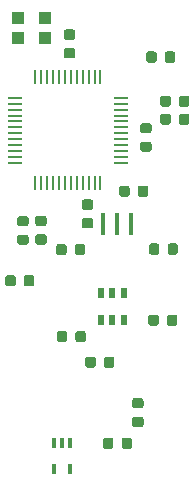
<source format=gbp>
G04 #@! TF.GenerationSoftware,KiCad,Pcbnew,(5.1.5-0-10_14)*
G04 #@! TF.CreationDate,2020-07-01T13:16:57-07:00*
G04 #@! TF.ProjectId,ravenna,72617665-6e6e-4612-9e6b-696361645f70,rev?*
G04 #@! TF.SameCoordinates,Original*
G04 #@! TF.FileFunction,Paste,Bot*
G04 #@! TF.FilePolarity,Positive*
%FSLAX46Y46*%
G04 Gerber Fmt 4.6, Leading zero omitted, Abs format (unit mm)*
G04 Created by KiCad (PCBNEW (5.1.5-0-10_14)) date 2020-07-01 13:16:57*
%MOMM*%
%LPD*%
G04 APERTURE LIST*
%ADD10C,0.100000*%
%ADD11R,0.400000X1.900000*%
%ADD12R,1.000000X1.100000*%
%ADD13R,1.200000X0.250000*%
%ADD14R,0.250000X1.200000*%
%ADD15R,0.600000X0.900000*%
%ADD16R,0.400000X0.900000*%
G04 APERTURE END LIST*
D10*
G36*
X154087791Y-108568253D02*
G01*
X154109026Y-108571403D01*
X154129850Y-108576619D01*
X154150062Y-108583851D01*
X154169468Y-108593030D01*
X154187881Y-108604066D01*
X154205124Y-108616854D01*
X154221030Y-108631270D01*
X154235446Y-108647176D01*
X154248234Y-108664419D01*
X154259270Y-108682832D01*
X154268449Y-108702238D01*
X154275681Y-108722450D01*
X154280897Y-108743274D01*
X154284047Y-108764509D01*
X154285100Y-108785950D01*
X154285100Y-109298450D01*
X154284047Y-109319891D01*
X154280897Y-109341126D01*
X154275681Y-109361950D01*
X154268449Y-109382162D01*
X154259270Y-109401568D01*
X154248234Y-109419981D01*
X154235446Y-109437224D01*
X154221030Y-109453130D01*
X154205124Y-109467546D01*
X154187881Y-109480334D01*
X154169468Y-109491370D01*
X154150062Y-109500549D01*
X154129850Y-109507781D01*
X154109026Y-109512997D01*
X154087791Y-109516147D01*
X154066350Y-109517200D01*
X153628850Y-109517200D01*
X153607409Y-109516147D01*
X153586174Y-109512997D01*
X153565350Y-109507781D01*
X153545138Y-109500549D01*
X153525732Y-109491370D01*
X153507319Y-109480334D01*
X153490076Y-109467546D01*
X153474170Y-109453130D01*
X153459754Y-109437224D01*
X153446966Y-109419981D01*
X153435930Y-109401568D01*
X153426751Y-109382162D01*
X153419519Y-109361950D01*
X153414303Y-109341126D01*
X153411153Y-109319891D01*
X153410100Y-109298450D01*
X153410100Y-108785950D01*
X153411153Y-108764509D01*
X153414303Y-108743274D01*
X153419519Y-108722450D01*
X153426751Y-108702238D01*
X153435930Y-108682832D01*
X153446966Y-108664419D01*
X153459754Y-108647176D01*
X153474170Y-108631270D01*
X153490076Y-108616854D01*
X153507319Y-108604066D01*
X153525732Y-108593030D01*
X153545138Y-108583851D01*
X153565350Y-108576619D01*
X153586174Y-108571403D01*
X153607409Y-108568253D01*
X153628850Y-108567200D01*
X154066350Y-108567200D01*
X154087791Y-108568253D01*
G37*
G36*
X155662791Y-108568253D02*
G01*
X155684026Y-108571403D01*
X155704850Y-108576619D01*
X155725062Y-108583851D01*
X155744468Y-108593030D01*
X155762881Y-108604066D01*
X155780124Y-108616854D01*
X155796030Y-108631270D01*
X155810446Y-108647176D01*
X155823234Y-108664419D01*
X155834270Y-108682832D01*
X155843449Y-108702238D01*
X155850681Y-108722450D01*
X155855897Y-108743274D01*
X155859047Y-108764509D01*
X155860100Y-108785950D01*
X155860100Y-109298450D01*
X155859047Y-109319891D01*
X155855897Y-109341126D01*
X155850681Y-109361950D01*
X155843449Y-109382162D01*
X155834270Y-109401568D01*
X155823234Y-109419981D01*
X155810446Y-109437224D01*
X155796030Y-109453130D01*
X155780124Y-109467546D01*
X155762881Y-109480334D01*
X155744468Y-109491370D01*
X155725062Y-109500549D01*
X155704850Y-109507781D01*
X155684026Y-109512997D01*
X155662791Y-109516147D01*
X155641350Y-109517200D01*
X155203850Y-109517200D01*
X155182409Y-109516147D01*
X155161174Y-109512997D01*
X155140350Y-109507781D01*
X155120138Y-109500549D01*
X155100732Y-109491370D01*
X155082319Y-109480334D01*
X155065076Y-109467546D01*
X155049170Y-109453130D01*
X155034754Y-109437224D01*
X155021966Y-109419981D01*
X155010930Y-109401568D01*
X155001751Y-109382162D01*
X154994519Y-109361950D01*
X154989303Y-109341126D01*
X154986153Y-109319891D01*
X154985100Y-109298450D01*
X154985100Y-108785950D01*
X154986153Y-108764509D01*
X154989303Y-108743274D01*
X154994519Y-108722450D01*
X155001751Y-108702238D01*
X155010930Y-108682832D01*
X155021966Y-108664419D01*
X155034754Y-108647176D01*
X155049170Y-108631270D01*
X155065076Y-108616854D01*
X155082319Y-108604066D01*
X155100732Y-108593030D01*
X155120138Y-108583851D01*
X155140350Y-108576619D01*
X155161174Y-108571403D01*
X155182409Y-108568253D01*
X155203850Y-108567200D01*
X155641350Y-108567200D01*
X155662791Y-108568253D01*
G37*
G36*
X155434291Y-92312253D02*
G01*
X155455526Y-92315403D01*
X155476350Y-92320619D01*
X155496562Y-92327851D01*
X155515968Y-92337030D01*
X155534381Y-92348066D01*
X155551624Y-92360854D01*
X155567530Y-92375270D01*
X155581946Y-92391176D01*
X155594734Y-92408419D01*
X155605770Y-92426832D01*
X155614949Y-92446238D01*
X155622181Y-92466450D01*
X155627397Y-92487274D01*
X155630547Y-92508509D01*
X155631600Y-92529950D01*
X155631600Y-93042450D01*
X155630547Y-93063891D01*
X155627397Y-93085126D01*
X155622181Y-93105950D01*
X155614949Y-93126162D01*
X155605770Y-93145568D01*
X155594734Y-93163981D01*
X155581946Y-93181224D01*
X155567530Y-93197130D01*
X155551624Y-93211546D01*
X155534381Y-93224334D01*
X155515968Y-93235370D01*
X155496562Y-93244549D01*
X155476350Y-93251781D01*
X155455526Y-93256997D01*
X155434291Y-93260147D01*
X155412850Y-93261200D01*
X154975350Y-93261200D01*
X154953909Y-93260147D01*
X154932674Y-93256997D01*
X154911850Y-93251781D01*
X154891638Y-93244549D01*
X154872232Y-93235370D01*
X154853819Y-93224334D01*
X154836576Y-93211546D01*
X154820670Y-93197130D01*
X154806254Y-93181224D01*
X154793466Y-93163981D01*
X154782430Y-93145568D01*
X154773251Y-93126162D01*
X154766019Y-93105950D01*
X154760803Y-93085126D01*
X154757653Y-93063891D01*
X154756600Y-93042450D01*
X154756600Y-92529950D01*
X154757653Y-92508509D01*
X154760803Y-92487274D01*
X154766019Y-92466450D01*
X154773251Y-92446238D01*
X154782430Y-92426832D01*
X154793466Y-92408419D01*
X154806254Y-92391176D01*
X154820670Y-92375270D01*
X154836576Y-92360854D01*
X154853819Y-92348066D01*
X154872232Y-92337030D01*
X154891638Y-92327851D01*
X154911850Y-92320619D01*
X154932674Y-92315403D01*
X154953909Y-92312253D01*
X154975350Y-92311200D01*
X155412850Y-92311200D01*
X155434291Y-92312253D01*
G37*
G36*
X153859291Y-92312253D02*
G01*
X153880526Y-92315403D01*
X153901350Y-92320619D01*
X153921562Y-92327851D01*
X153940968Y-92337030D01*
X153959381Y-92348066D01*
X153976624Y-92360854D01*
X153992530Y-92375270D01*
X154006946Y-92391176D01*
X154019734Y-92408419D01*
X154030770Y-92426832D01*
X154039949Y-92446238D01*
X154047181Y-92466450D01*
X154052397Y-92487274D01*
X154055547Y-92508509D01*
X154056600Y-92529950D01*
X154056600Y-93042450D01*
X154055547Y-93063891D01*
X154052397Y-93085126D01*
X154047181Y-93105950D01*
X154039949Y-93126162D01*
X154030770Y-93145568D01*
X154019734Y-93163981D01*
X154006946Y-93181224D01*
X153992530Y-93197130D01*
X153976624Y-93211546D01*
X153959381Y-93224334D01*
X153940968Y-93235370D01*
X153921562Y-93244549D01*
X153901350Y-93251781D01*
X153880526Y-93256997D01*
X153859291Y-93260147D01*
X153837850Y-93261200D01*
X153400350Y-93261200D01*
X153378909Y-93260147D01*
X153357674Y-93256997D01*
X153336850Y-93251781D01*
X153316638Y-93244549D01*
X153297232Y-93235370D01*
X153278819Y-93224334D01*
X153261576Y-93211546D01*
X153245670Y-93197130D01*
X153231254Y-93181224D01*
X153218466Y-93163981D01*
X153207430Y-93145568D01*
X153198251Y-93126162D01*
X153191019Y-93105950D01*
X153185803Y-93085126D01*
X153182653Y-93063891D01*
X153181600Y-93042450D01*
X153181600Y-92529950D01*
X153182653Y-92508509D01*
X153185803Y-92487274D01*
X153191019Y-92466450D01*
X153198251Y-92446238D01*
X153207430Y-92426832D01*
X153218466Y-92408419D01*
X153231254Y-92391176D01*
X153245670Y-92375270D01*
X153261576Y-92360854D01*
X153278819Y-92348066D01*
X153297232Y-92337030D01*
X153316638Y-92327851D01*
X153336850Y-92320619D01*
X153357674Y-92315403D01*
X153378909Y-92312253D01*
X153400350Y-92311200D01*
X153837850Y-92311200D01*
X153859291Y-92312253D01*
G37*
G36*
X150278191Y-118144053D02*
G01*
X150299426Y-118147203D01*
X150320250Y-118152419D01*
X150340462Y-118159651D01*
X150359868Y-118168830D01*
X150378281Y-118179866D01*
X150395524Y-118192654D01*
X150411430Y-118207070D01*
X150425846Y-118222976D01*
X150438634Y-118240219D01*
X150449670Y-118258632D01*
X150458849Y-118278038D01*
X150466081Y-118298250D01*
X150471297Y-118319074D01*
X150474447Y-118340309D01*
X150475500Y-118361750D01*
X150475500Y-118874250D01*
X150474447Y-118895691D01*
X150471297Y-118916926D01*
X150466081Y-118937750D01*
X150458849Y-118957962D01*
X150449670Y-118977368D01*
X150438634Y-118995781D01*
X150425846Y-119013024D01*
X150411430Y-119028930D01*
X150395524Y-119043346D01*
X150378281Y-119056134D01*
X150359868Y-119067170D01*
X150340462Y-119076349D01*
X150320250Y-119083581D01*
X150299426Y-119088797D01*
X150278191Y-119091947D01*
X150256750Y-119093000D01*
X149819250Y-119093000D01*
X149797809Y-119091947D01*
X149776574Y-119088797D01*
X149755750Y-119083581D01*
X149735538Y-119076349D01*
X149716132Y-119067170D01*
X149697719Y-119056134D01*
X149680476Y-119043346D01*
X149664570Y-119028930D01*
X149650154Y-119013024D01*
X149637366Y-118995781D01*
X149626330Y-118977368D01*
X149617151Y-118957962D01*
X149609919Y-118937750D01*
X149604703Y-118916926D01*
X149601553Y-118895691D01*
X149600500Y-118874250D01*
X149600500Y-118361750D01*
X149601553Y-118340309D01*
X149604703Y-118319074D01*
X149609919Y-118298250D01*
X149617151Y-118278038D01*
X149626330Y-118258632D01*
X149637366Y-118240219D01*
X149650154Y-118222976D01*
X149664570Y-118207070D01*
X149680476Y-118192654D01*
X149697719Y-118179866D01*
X149716132Y-118168830D01*
X149735538Y-118159651D01*
X149755750Y-118152419D01*
X149776574Y-118147203D01*
X149797809Y-118144053D01*
X149819250Y-118143000D01*
X150256750Y-118143000D01*
X150278191Y-118144053D01*
G37*
G36*
X148703191Y-118144053D02*
G01*
X148724426Y-118147203D01*
X148745250Y-118152419D01*
X148765462Y-118159651D01*
X148784868Y-118168830D01*
X148803281Y-118179866D01*
X148820524Y-118192654D01*
X148836430Y-118207070D01*
X148850846Y-118222976D01*
X148863634Y-118240219D01*
X148874670Y-118258632D01*
X148883849Y-118278038D01*
X148891081Y-118298250D01*
X148896297Y-118319074D01*
X148899447Y-118340309D01*
X148900500Y-118361750D01*
X148900500Y-118874250D01*
X148899447Y-118895691D01*
X148896297Y-118916926D01*
X148891081Y-118937750D01*
X148883849Y-118957962D01*
X148874670Y-118977368D01*
X148863634Y-118995781D01*
X148850846Y-119013024D01*
X148836430Y-119028930D01*
X148820524Y-119043346D01*
X148803281Y-119056134D01*
X148784868Y-119067170D01*
X148765462Y-119076349D01*
X148745250Y-119083581D01*
X148724426Y-119088797D01*
X148703191Y-119091947D01*
X148681750Y-119093000D01*
X148244250Y-119093000D01*
X148222809Y-119091947D01*
X148201574Y-119088797D01*
X148180750Y-119083581D01*
X148160538Y-119076349D01*
X148141132Y-119067170D01*
X148122719Y-119056134D01*
X148105476Y-119043346D01*
X148089570Y-119028930D01*
X148075154Y-119013024D01*
X148062366Y-118995781D01*
X148051330Y-118977368D01*
X148042151Y-118957962D01*
X148034919Y-118937750D01*
X148029703Y-118916926D01*
X148026553Y-118895691D01*
X148025500Y-118874250D01*
X148025500Y-118361750D01*
X148026553Y-118340309D01*
X148029703Y-118319074D01*
X148034919Y-118298250D01*
X148042151Y-118278038D01*
X148051330Y-118258632D01*
X148062366Y-118240219D01*
X148075154Y-118222976D01*
X148089570Y-118207070D01*
X148105476Y-118192654D01*
X148122719Y-118179866D01*
X148141132Y-118168830D01*
X148160538Y-118159651D01*
X148180750Y-118152419D01*
X148201574Y-118147203D01*
X148222809Y-118144053D01*
X148244250Y-118143000D01*
X148681750Y-118143000D01*
X148703191Y-118144053D01*
G37*
G36*
X148486691Y-104846353D02*
G01*
X148507926Y-104849503D01*
X148528750Y-104854719D01*
X148548962Y-104861951D01*
X148568368Y-104871130D01*
X148586781Y-104882166D01*
X148604024Y-104894954D01*
X148619930Y-104909370D01*
X148634346Y-104925276D01*
X148647134Y-104942519D01*
X148658170Y-104960932D01*
X148667349Y-104980338D01*
X148674581Y-105000550D01*
X148679797Y-105021374D01*
X148682947Y-105042609D01*
X148684000Y-105064050D01*
X148684000Y-105501550D01*
X148682947Y-105522991D01*
X148679797Y-105544226D01*
X148674581Y-105565050D01*
X148667349Y-105585262D01*
X148658170Y-105604668D01*
X148647134Y-105623081D01*
X148634346Y-105640324D01*
X148619930Y-105656230D01*
X148604024Y-105670646D01*
X148586781Y-105683434D01*
X148568368Y-105694470D01*
X148548962Y-105703649D01*
X148528750Y-105710881D01*
X148507926Y-105716097D01*
X148486691Y-105719247D01*
X148465250Y-105720300D01*
X147952750Y-105720300D01*
X147931309Y-105719247D01*
X147910074Y-105716097D01*
X147889250Y-105710881D01*
X147869038Y-105703649D01*
X147849632Y-105694470D01*
X147831219Y-105683434D01*
X147813976Y-105670646D01*
X147798070Y-105656230D01*
X147783654Y-105640324D01*
X147770866Y-105623081D01*
X147759830Y-105604668D01*
X147750651Y-105585262D01*
X147743419Y-105565050D01*
X147738203Y-105544226D01*
X147735053Y-105522991D01*
X147734000Y-105501550D01*
X147734000Y-105064050D01*
X147735053Y-105042609D01*
X147738203Y-105021374D01*
X147743419Y-105000550D01*
X147750651Y-104980338D01*
X147759830Y-104960932D01*
X147770866Y-104942519D01*
X147783654Y-104925276D01*
X147798070Y-104909370D01*
X147813976Y-104894954D01*
X147831219Y-104882166D01*
X147849632Y-104871130D01*
X147869038Y-104861951D01*
X147889250Y-104854719D01*
X147910074Y-104849503D01*
X147931309Y-104846353D01*
X147952750Y-104845300D01*
X148465250Y-104845300D01*
X148486691Y-104846353D01*
G37*
G36*
X148486691Y-106421353D02*
G01*
X148507926Y-106424503D01*
X148528750Y-106429719D01*
X148548962Y-106436951D01*
X148568368Y-106446130D01*
X148586781Y-106457166D01*
X148604024Y-106469954D01*
X148619930Y-106484370D01*
X148634346Y-106500276D01*
X148647134Y-106517519D01*
X148658170Y-106535932D01*
X148667349Y-106555338D01*
X148674581Y-106575550D01*
X148679797Y-106596374D01*
X148682947Y-106617609D01*
X148684000Y-106639050D01*
X148684000Y-107076550D01*
X148682947Y-107097991D01*
X148679797Y-107119226D01*
X148674581Y-107140050D01*
X148667349Y-107160262D01*
X148658170Y-107179668D01*
X148647134Y-107198081D01*
X148634346Y-107215324D01*
X148619930Y-107231230D01*
X148604024Y-107245646D01*
X148586781Y-107258434D01*
X148568368Y-107269470D01*
X148548962Y-107278649D01*
X148528750Y-107285881D01*
X148507926Y-107291097D01*
X148486691Y-107294247D01*
X148465250Y-107295300D01*
X147952750Y-107295300D01*
X147931309Y-107294247D01*
X147910074Y-107291097D01*
X147889250Y-107285881D01*
X147869038Y-107278649D01*
X147849632Y-107269470D01*
X147831219Y-107258434D01*
X147813976Y-107245646D01*
X147798070Y-107231230D01*
X147783654Y-107215324D01*
X147770866Y-107198081D01*
X147759830Y-107179668D01*
X147750651Y-107160262D01*
X147743419Y-107140050D01*
X147738203Y-107119226D01*
X147735053Y-107097991D01*
X147734000Y-107076550D01*
X147734000Y-106639050D01*
X147735053Y-106617609D01*
X147738203Y-106596374D01*
X147743419Y-106575550D01*
X147750651Y-106555338D01*
X147759830Y-106535932D01*
X147770866Y-106517519D01*
X147783654Y-106500276D01*
X147798070Y-106484370D01*
X147813976Y-106469954D01*
X147831219Y-106457166D01*
X147849632Y-106446130D01*
X147869038Y-106436951D01*
X147889250Y-106429719D01*
X147910074Y-106424503D01*
X147931309Y-106421353D01*
X147952750Y-106420300D01*
X148465250Y-106420300D01*
X148486691Y-106421353D01*
G37*
G36*
X151573191Y-103666053D02*
G01*
X151594426Y-103669203D01*
X151615250Y-103674419D01*
X151635462Y-103681651D01*
X151654868Y-103690830D01*
X151673281Y-103701866D01*
X151690524Y-103714654D01*
X151706430Y-103729070D01*
X151720846Y-103744976D01*
X151733634Y-103762219D01*
X151744670Y-103780632D01*
X151753849Y-103800038D01*
X151761081Y-103820250D01*
X151766297Y-103841074D01*
X151769447Y-103862309D01*
X151770500Y-103883750D01*
X151770500Y-104396250D01*
X151769447Y-104417691D01*
X151766297Y-104438926D01*
X151761081Y-104459750D01*
X151753849Y-104479962D01*
X151744670Y-104499368D01*
X151733634Y-104517781D01*
X151720846Y-104535024D01*
X151706430Y-104550930D01*
X151690524Y-104565346D01*
X151673281Y-104578134D01*
X151654868Y-104589170D01*
X151635462Y-104598349D01*
X151615250Y-104605581D01*
X151594426Y-104610797D01*
X151573191Y-104613947D01*
X151551750Y-104615000D01*
X151114250Y-104615000D01*
X151092809Y-104613947D01*
X151071574Y-104610797D01*
X151050750Y-104605581D01*
X151030538Y-104598349D01*
X151011132Y-104589170D01*
X150992719Y-104578134D01*
X150975476Y-104565346D01*
X150959570Y-104550930D01*
X150945154Y-104535024D01*
X150932366Y-104517781D01*
X150921330Y-104499368D01*
X150912151Y-104479962D01*
X150904919Y-104459750D01*
X150899703Y-104438926D01*
X150896553Y-104417691D01*
X150895500Y-104396250D01*
X150895500Y-103883750D01*
X150896553Y-103862309D01*
X150899703Y-103841074D01*
X150904919Y-103820250D01*
X150912151Y-103800038D01*
X150921330Y-103780632D01*
X150932366Y-103762219D01*
X150945154Y-103744976D01*
X150959570Y-103729070D01*
X150975476Y-103714654D01*
X150992719Y-103701866D01*
X151011132Y-103690830D01*
X151030538Y-103681651D01*
X151050750Y-103674419D01*
X151071574Y-103669203D01*
X151092809Y-103666053D01*
X151114250Y-103665000D01*
X151551750Y-103665000D01*
X151573191Y-103666053D01*
G37*
G36*
X153148191Y-103666053D02*
G01*
X153169426Y-103669203D01*
X153190250Y-103674419D01*
X153210462Y-103681651D01*
X153229868Y-103690830D01*
X153248281Y-103701866D01*
X153265524Y-103714654D01*
X153281430Y-103729070D01*
X153295846Y-103744976D01*
X153308634Y-103762219D01*
X153319670Y-103780632D01*
X153328849Y-103800038D01*
X153336081Y-103820250D01*
X153341297Y-103841074D01*
X153344447Y-103862309D01*
X153345500Y-103883750D01*
X153345500Y-104396250D01*
X153344447Y-104417691D01*
X153341297Y-104438926D01*
X153336081Y-104459750D01*
X153328849Y-104479962D01*
X153319670Y-104499368D01*
X153308634Y-104517781D01*
X153295846Y-104535024D01*
X153281430Y-104550930D01*
X153265524Y-104565346D01*
X153248281Y-104578134D01*
X153229868Y-104589170D01*
X153210462Y-104598349D01*
X153190250Y-104605581D01*
X153169426Y-104610797D01*
X153148191Y-104613947D01*
X153126750Y-104615000D01*
X152689250Y-104615000D01*
X152667809Y-104613947D01*
X152646574Y-104610797D01*
X152625750Y-104605581D01*
X152605538Y-104598349D01*
X152586132Y-104589170D01*
X152567719Y-104578134D01*
X152550476Y-104565346D01*
X152534570Y-104550930D01*
X152520154Y-104535024D01*
X152507366Y-104517781D01*
X152496330Y-104499368D01*
X152487151Y-104479962D01*
X152479919Y-104459750D01*
X152474703Y-104438926D01*
X152471553Y-104417691D01*
X152470500Y-104396250D01*
X152470500Y-103883750D01*
X152471553Y-103862309D01*
X152474703Y-103841074D01*
X152479919Y-103820250D01*
X152487151Y-103800038D01*
X152496330Y-103780632D01*
X152507366Y-103762219D01*
X152520154Y-103744976D01*
X152534570Y-103729070D01*
X152550476Y-103714654D01*
X152567719Y-103701866D01*
X152586132Y-103690830D01*
X152605538Y-103681651D01*
X152625750Y-103674419D01*
X152646574Y-103669203D01*
X152667809Y-103666053D01*
X152689250Y-103665000D01*
X153126750Y-103665000D01*
X153148191Y-103666053D01*
G37*
G36*
X146962691Y-90444553D02*
G01*
X146983926Y-90447703D01*
X147004750Y-90452919D01*
X147024962Y-90460151D01*
X147044368Y-90469330D01*
X147062781Y-90480366D01*
X147080024Y-90493154D01*
X147095930Y-90507570D01*
X147110346Y-90523476D01*
X147123134Y-90540719D01*
X147134170Y-90559132D01*
X147143349Y-90578538D01*
X147150581Y-90598750D01*
X147155797Y-90619574D01*
X147158947Y-90640809D01*
X147160000Y-90662250D01*
X147160000Y-91099750D01*
X147158947Y-91121191D01*
X147155797Y-91142426D01*
X147150581Y-91163250D01*
X147143349Y-91183462D01*
X147134170Y-91202868D01*
X147123134Y-91221281D01*
X147110346Y-91238524D01*
X147095930Y-91254430D01*
X147080024Y-91268846D01*
X147062781Y-91281634D01*
X147044368Y-91292670D01*
X147024962Y-91301849D01*
X147004750Y-91309081D01*
X146983926Y-91314297D01*
X146962691Y-91317447D01*
X146941250Y-91318500D01*
X146428750Y-91318500D01*
X146407309Y-91317447D01*
X146386074Y-91314297D01*
X146365250Y-91309081D01*
X146345038Y-91301849D01*
X146325632Y-91292670D01*
X146307219Y-91281634D01*
X146289976Y-91268846D01*
X146274070Y-91254430D01*
X146259654Y-91238524D01*
X146246866Y-91221281D01*
X146235830Y-91202868D01*
X146226651Y-91183462D01*
X146219419Y-91163250D01*
X146214203Y-91142426D01*
X146211053Y-91121191D01*
X146210000Y-91099750D01*
X146210000Y-90662250D01*
X146211053Y-90640809D01*
X146214203Y-90619574D01*
X146219419Y-90598750D01*
X146226651Y-90578538D01*
X146235830Y-90559132D01*
X146246866Y-90540719D01*
X146259654Y-90523476D01*
X146274070Y-90507570D01*
X146289976Y-90493154D01*
X146307219Y-90480366D01*
X146325632Y-90469330D01*
X146345038Y-90460151D01*
X146365250Y-90452919D01*
X146386074Y-90447703D01*
X146407309Y-90444553D01*
X146428750Y-90443500D01*
X146941250Y-90443500D01*
X146962691Y-90444553D01*
G37*
G36*
X146962691Y-92019553D02*
G01*
X146983926Y-92022703D01*
X147004750Y-92027919D01*
X147024962Y-92035151D01*
X147044368Y-92044330D01*
X147062781Y-92055366D01*
X147080024Y-92068154D01*
X147095930Y-92082570D01*
X147110346Y-92098476D01*
X147123134Y-92115719D01*
X147134170Y-92134132D01*
X147143349Y-92153538D01*
X147150581Y-92173750D01*
X147155797Y-92194574D01*
X147158947Y-92215809D01*
X147160000Y-92237250D01*
X147160000Y-92674750D01*
X147158947Y-92696191D01*
X147155797Y-92717426D01*
X147150581Y-92738250D01*
X147143349Y-92758462D01*
X147134170Y-92777868D01*
X147123134Y-92796281D01*
X147110346Y-92813524D01*
X147095930Y-92829430D01*
X147080024Y-92843846D01*
X147062781Y-92856634D01*
X147044368Y-92867670D01*
X147024962Y-92876849D01*
X147004750Y-92884081D01*
X146983926Y-92889297D01*
X146962691Y-92892447D01*
X146941250Y-92893500D01*
X146428750Y-92893500D01*
X146407309Y-92892447D01*
X146386074Y-92889297D01*
X146365250Y-92884081D01*
X146345038Y-92876849D01*
X146325632Y-92867670D01*
X146307219Y-92856634D01*
X146289976Y-92843846D01*
X146274070Y-92829430D01*
X146259654Y-92813524D01*
X146246866Y-92796281D01*
X146235830Y-92777868D01*
X146226651Y-92758462D01*
X146219419Y-92738250D01*
X146214203Y-92717426D01*
X146211053Y-92696191D01*
X146210000Y-92674750D01*
X146210000Y-92237250D01*
X146211053Y-92215809D01*
X146214203Y-92194574D01*
X146219419Y-92173750D01*
X146226651Y-92153538D01*
X146235830Y-92134132D01*
X146246866Y-92115719D01*
X146259654Y-92098476D01*
X146274070Y-92082570D01*
X146289976Y-92068154D01*
X146307219Y-92055366D01*
X146325632Y-92044330D01*
X146345038Y-92035151D01*
X146365250Y-92027919D01*
X146386074Y-92022703D01*
X146407309Y-92019553D01*
X146428750Y-92018500D01*
X146941250Y-92018500D01*
X146962691Y-92019553D01*
G37*
G36*
X153439691Y-98369553D02*
G01*
X153460926Y-98372703D01*
X153481750Y-98377919D01*
X153501962Y-98385151D01*
X153521368Y-98394330D01*
X153539781Y-98405366D01*
X153557024Y-98418154D01*
X153572930Y-98432570D01*
X153587346Y-98448476D01*
X153600134Y-98465719D01*
X153611170Y-98484132D01*
X153620349Y-98503538D01*
X153627581Y-98523750D01*
X153632797Y-98544574D01*
X153635947Y-98565809D01*
X153637000Y-98587250D01*
X153637000Y-99024750D01*
X153635947Y-99046191D01*
X153632797Y-99067426D01*
X153627581Y-99088250D01*
X153620349Y-99108462D01*
X153611170Y-99127868D01*
X153600134Y-99146281D01*
X153587346Y-99163524D01*
X153572930Y-99179430D01*
X153557024Y-99193846D01*
X153539781Y-99206634D01*
X153521368Y-99217670D01*
X153501962Y-99226849D01*
X153481750Y-99234081D01*
X153460926Y-99239297D01*
X153439691Y-99242447D01*
X153418250Y-99243500D01*
X152905750Y-99243500D01*
X152884309Y-99242447D01*
X152863074Y-99239297D01*
X152842250Y-99234081D01*
X152822038Y-99226849D01*
X152802632Y-99217670D01*
X152784219Y-99206634D01*
X152766976Y-99193846D01*
X152751070Y-99179430D01*
X152736654Y-99163524D01*
X152723866Y-99146281D01*
X152712830Y-99127868D01*
X152703651Y-99108462D01*
X152696419Y-99088250D01*
X152691203Y-99067426D01*
X152688053Y-99046191D01*
X152687000Y-99024750D01*
X152687000Y-98587250D01*
X152688053Y-98565809D01*
X152691203Y-98544574D01*
X152696419Y-98523750D01*
X152703651Y-98503538D01*
X152712830Y-98484132D01*
X152723866Y-98465719D01*
X152736654Y-98448476D01*
X152751070Y-98432570D01*
X152766976Y-98418154D01*
X152784219Y-98405366D01*
X152802632Y-98394330D01*
X152822038Y-98385151D01*
X152842250Y-98377919D01*
X152863074Y-98372703D01*
X152884309Y-98369553D01*
X152905750Y-98368500D01*
X153418250Y-98368500D01*
X153439691Y-98369553D01*
G37*
G36*
X153439691Y-99944553D02*
G01*
X153460926Y-99947703D01*
X153481750Y-99952919D01*
X153501962Y-99960151D01*
X153521368Y-99969330D01*
X153539781Y-99980366D01*
X153557024Y-99993154D01*
X153572930Y-100007570D01*
X153587346Y-100023476D01*
X153600134Y-100040719D01*
X153611170Y-100059132D01*
X153620349Y-100078538D01*
X153627581Y-100098750D01*
X153632797Y-100119574D01*
X153635947Y-100140809D01*
X153637000Y-100162250D01*
X153637000Y-100599750D01*
X153635947Y-100621191D01*
X153632797Y-100642426D01*
X153627581Y-100663250D01*
X153620349Y-100683462D01*
X153611170Y-100702868D01*
X153600134Y-100721281D01*
X153587346Y-100738524D01*
X153572930Y-100754430D01*
X153557024Y-100768846D01*
X153539781Y-100781634D01*
X153521368Y-100792670D01*
X153501962Y-100801849D01*
X153481750Y-100809081D01*
X153460926Y-100814297D01*
X153439691Y-100817447D01*
X153418250Y-100818500D01*
X152905750Y-100818500D01*
X152884309Y-100817447D01*
X152863074Y-100814297D01*
X152842250Y-100809081D01*
X152822038Y-100801849D01*
X152802632Y-100792670D01*
X152784219Y-100781634D01*
X152766976Y-100768846D01*
X152751070Y-100754430D01*
X152736654Y-100738524D01*
X152723866Y-100721281D01*
X152712830Y-100702868D01*
X152703651Y-100683462D01*
X152696419Y-100663250D01*
X152691203Y-100642426D01*
X152688053Y-100621191D01*
X152687000Y-100599750D01*
X152687000Y-100162250D01*
X152688053Y-100140809D01*
X152691203Y-100119574D01*
X152696419Y-100098750D01*
X152703651Y-100078538D01*
X152712830Y-100059132D01*
X152723866Y-100040719D01*
X152736654Y-100023476D01*
X152751070Y-100007570D01*
X152766976Y-99993154D01*
X152784219Y-99980366D01*
X152802632Y-99969330D01*
X152822038Y-99960151D01*
X152842250Y-99952919D01*
X152863074Y-99947703D01*
X152884309Y-99944553D01*
X152905750Y-99943500D01*
X153418250Y-99943500D01*
X153439691Y-99944553D01*
G37*
G36*
X147814191Y-108619053D02*
G01*
X147835426Y-108622203D01*
X147856250Y-108627419D01*
X147876462Y-108634651D01*
X147895868Y-108643830D01*
X147914281Y-108654866D01*
X147931524Y-108667654D01*
X147947430Y-108682070D01*
X147961846Y-108697976D01*
X147974634Y-108715219D01*
X147985670Y-108733632D01*
X147994849Y-108753038D01*
X148002081Y-108773250D01*
X148007297Y-108794074D01*
X148010447Y-108815309D01*
X148011500Y-108836750D01*
X148011500Y-109349250D01*
X148010447Y-109370691D01*
X148007297Y-109391926D01*
X148002081Y-109412750D01*
X147994849Y-109432962D01*
X147985670Y-109452368D01*
X147974634Y-109470781D01*
X147961846Y-109488024D01*
X147947430Y-109503930D01*
X147931524Y-109518346D01*
X147914281Y-109531134D01*
X147895868Y-109542170D01*
X147876462Y-109551349D01*
X147856250Y-109558581D01*
X147835426Y-109563797D01*
X147814191Y-109566947D01*
X147792750Y-109568000D01*
X147355250Y-109568000D01*
X147333809Y-109566947D01*
X147312574Y-109563797D01*
X147291750Y-109558581D01*
X147271538Y-109551349D01*
X147252132Y-109542170D01*
X147233719Y-109531134D01*
X147216476Y-109518346D01*
X147200570Y-109503930D01*
X147186154Y-109488024D01*
X147173366Y-109470781D01*
X147162330Y-109452368D01*
X147153151Y-109432962D01*
X147145919Y-109412750D01*
X147140703Y-109391926D01*
X147137553Y-109370691D01*
X147136500Y-109349250D01*
X147136500Y-108836750D01*
X147137553Y-108815309D01*
X147140703Y-108794074D01*
X147145919Y-108773250D01*
X147153151Y-108753038D01*
X147162330Y-108733632D01*
X147173366Y-108715219D01*
X147186154Y-108697976D01*
X147200570Y-108682070D01*
X147216476Y-108667654D01*
X147233719Y-108654866D01*
X147252132Y-108643830D01*
X147271538Y-108634651D01*
X147291750Y-108627419D01*
X147312574Y-108622203D01*
X147333809Y-108619053D01*
X147355250Y-108618000D01*
X147792750Y-108618000D01*
X147814191Y-108619053D01*
G37*
G36*
X146239191Y-108619053D02*
G01*
X146260426Y-108622203D01*
X146281250Y-108627419D01*
X146301462Y-108634651D01*
X146320868Y-108643830D01*
X146339281Y-108654866D01*
X146356524Y-108667654D01*
X146372430Y-108682070D01*
X146386846Y-108697976D01*
X146399634Y-108715219D01*
X146410670Y-108733632D01*
X146419849Y-108753038D01*
X146427081Y-108773250D01*
X146432297Y-108794074D01*
X146435447Y-108815309D01*
X146436500Y-108836750D01*
X146436500Y-109349250D01*
X146435447Y-109370691D01*
X146432297Y-109391926D01*
X146427081Y-109412750D01*
X146419849Y-109432962D01*
X146410670Y-109452368D01*
X146399634Y-109470781D01*
X146386846Y-109488024D01*
X146372430Y-109503930D01*
X146356524Y-109518346D01*
X146339281Y-109531134D01*
X146320868Y-109542170D01*
X146301462Y-109551349D01*
X146281250Y-109558581D01*
X146260426Y-109563797D01*
X146239191Y-109566947D01*
X146217750Y-109568000D01*
X145780250Y-109568000D01*
X145758809Y-109566947D01*
X145737574Y-109563797D01*
X145716750Y-109558581D01*
X145696538Y-109551349D01*
X145677132Y-109542170D01*
X145658719Y-109531134D01*
X145641476Y-109518346D01*
X145625570Y-109503930D01*
X145611154Y-109488024D01*
X145598366Y-109470781D01*
X145587330Y-109452368D01*
X145578151Y-109432962D01*
X145570919Y-109412750D01*
X145565703Y-109391926D01*
X145562553Y-109370691D01*
X145561500Y-109349250D01*
X145561500Y-108836750D01*
X145562553Y-108815309D01*
X145565703Y-108794074D01*
X145570919Y-108773250D01*
X145578151Y-108753038D01*
X145587330Y-108733632D01*
X145598366Y-108715219D01*
X145611154Y-108697976D01*
X145625570Y-108682070D01*
X145641476Y-108667654D01*
X145658719Y-108654866D01*
X145677132Y-108643830D01*
X145696538Y-108634651D01*
X145716750Y-108627419D01*
X145737574Y-108622203D01*
X145758809Y-108619053D01*
X145780250Y-108618000D01*
X146217750Y-108618000D01*
X146239191Y-108619053D01*
G37*
G36*
X143025691Y-107818553D02*
G01*
X143046926Y-107821703D01*
X143067750Y-107826919D01*
X143087962Y-107834151D01*
X143107368Y-107843330D01*
X143125781Y-107854366D01*
X143143024Y-107867154D01*
X143158930Y-107881570D01*
X143173346Y-107897476D01*
X143186134Y-107914719D01*
X143197170Y-107933132D01*
X143206349Y-107952538D01*
X143213581Y-107972750D01*
X143218797Y-107993574D01*
X143221947Y-108014809D01*
X143223000Y-108036250D01*
X143223000Y-108473750D01*
X143221947Y-108495191D01*
X143218797Y-108516426D01*
X143213581Y-108537250D01*
X143206349Y-108557462D01*
X143197170Y-108576868D01*
X143186134Y-108595281D01*
X143173346Y-108612524D01*
X143158930Y-108628430D01*
X143143024Y-108642846D01*
X143125781Y-108655634D01*
X143107368Y-108666670D01*
X143087962Y-108675849D01*
X143067750Y-108683081D01*
X143046926Y-108688297D01*
X143025691Y-108691447D01*
X143004250Y-108692500D01*
X142491750Y-108692500D01*
X142470309Y-108691447D01*
X142449074Y-108688297D01*
X142428250Y-108683081D01*
X142408038Y-108675849D01*
X142388632Y-108666670D01*
X142370219Y-108655634D01*
X142352976Y-108642846D01*
X142337070Y-108628430D01*
X142322654Y-108612524D01*
X142309866Y-108595281D01*
X142298830Y-108576868D01*
X142289651Y-108557462D01*
X142282419Y-108537250D01*
X142277203Y-108516426D01*
X142274053Y-108495191D01*
X142273000Y-108473750D01*
X142273000Y-108036250D01*
X142274053Y-108014809D01*
X142277203Y-107993574D01*
X142282419Y-107972750D01*
X142289651Y-107952538D01*
X142298830Y-107933132D01*
X142309866Y-107914719D01*
X142322654Y-107897476D01*
X142337070Y-107881570D01*
X142352976Y-107867154D01*
X142370219Y-107854366D01*
X142388632Y-107843330D01*
X142408038Y-107834151D01*
X142428250Y-107826919D01*
X142449074Y-107821703D01*
X142470309Y-107818553D01*
X142491750Y-107817500D01*
X143004250Y-107817500D01*
X143025691Y-107818553D01*
G37*
G36*
X143025691Y-106243553D02*
G01*
X143046926Y-106246703D01*
X143067750Y-106251919D01*
X143087962Y-106259151D01*
X143107368Y-106268330D01*
X143125781Y-106279366D01*
X143143024Y-106292154D01*
X143158930Y-106306570D01*
X143173346Y-106322476D01*
X143186134Y-106339719D01*
X143197170Y-106358132D01*
X143206349Y-106377538D01*
X143213581Y-106397750D01*
X143218797Y-106418574D01*
X143221947Y-106439809D01*
X143223000Y-106461250D01*
X143223000Y-106898750D01*
X143221947Y-106920191D01*
X143218797Y-106941426D01*
X143213581Y-106962250D01*
X143206349Y-106982462D01*
X143197170Y-107001868D01*
X143186134Y-107020281D01*
X143173346Y-107037524D01*
X143158930Y-107053430D01*
X143143024Y-107067846D01*
X143125781Y-107080634D01*
X143107368Y-107091670D01*
X143087962Y-107100849D01*
X143067750Y-107108081D01*
X143046926Y-107113297D01*
X143025691Y-107116447D01*
X143004250Y-107117500D01*
X142491750Y-107117500D01*
X142470309Y-107116447D01*
X142449074Y-107113297D01*
X142428250Y-107108081D01*
X142408038Y-107100849D01*
X142388632Y-107091670D01*
X142370219Y-107080634D01*
X142352976Y-107067846D01*
X142337070Y-107053430D01*
X142322654Y-107037524D01*
X142309866Y-107020281D01*
X142298830Y-107001868D01*
X142289651Y-106982462D01*
X142282419Y-106962250D01*
X142277203Y-106941426D01*
X142274053Y-106920191D01*
X142273000Y-106898750D01*
X142273000Y-106461250D01*
X142274053Y-106439809D01*
X142277203Y-106418574D01*
X142282419Y-106397750D01*
X142289651Y-106377538D01*
X142298830Y-106358132D01*
X142309866Y-106339719D01*
X142322654Y-106322476D01*
X142337070Y-106306570D01*
X142352976Y-106292154D01*
X142370219Y-106279366D01*
X142388632Y-106268330D01*
X142408038Y-106259151D01*
X142428250Y-106251919D01*
X142449074Y-106246703D01*
X142470309Y-106243553D01*
X142491750Y-106242500D01*
X143004250Y-106242500D01*
X143025691Y-106243553D01*
G37*
G36*
X144549691Y-107793053D02*
G01*
X144570926Y-107796203D01*
X144591750Y-107801419D01*
X144611962Y-107808651D01*
X144631368Y-107817830D01*
X144649781Y-107828866D01*
X144667024Y-107841654D01*
X144682930Y-107856070D01*
X144697346Y-107871976D01*
X144710134Y-107889219D01*
X144721170Y-107907632D01*
X144730349Y-107927038D01*
X144737581Y-107947250D01*
X144742797Y-107968074D01*
X144745947Y-107989309D01*
X144747000Y-108010750D01*
X144747000Y-108448250D01*
X144745947Y-108469691D01*
X144742797Y-108490926D01*
X144737581Y-108511750D01*
X144730349Y-108531962D01*
X144721170Y-108551368D01*
X144710134Y-108569781D01*
X144697346Y-108587024D01*
X144682930Y-108602930D01*
X144667024Y-108617346D01*
X144649781Y-108630134D01*
X144631368Y-108641170D01*
X144611962Y-108650349D01*
X144591750Y-108657581D01*
X144570926Y-108662797D01*
X144549691Y-108665947D01*
X144528250Y-108667000D01*
X144015750Y-108667000D01*
X143994309Y-108665947D01*
X143973074Y-108662797D01*
X143952250Y-108657581D01*
X143932038Y-108650349D01*
X143912632Y-108641170D01*
X143894219Y-108630134D01*
X143876976Y-108617346D01*
X143861070Y-108602930D01*
X143846654Y-108587024D01*
X143833866Y-108569781D01*
X143822830Y-108551368D01*
X143813651Y-108531962D01*
X143806419Y-108511750D01*
X143801203Y-108490926D01*
X143798053Y-108469691D01*
X143797000Y-108448250D01*
X143797000Y-108010750D01*
X143798053Y-107989309D01*
X143801203Y-107968074D01*
X143806419Y-107947250D01*
X143813651Y-107927038D01*
X143822830Y-107907632D01*
X143833866Y-107889219D01*
X143846654Y-107871976D01*
X143861070Y-107856070D01*
X143876976Y-107841654D01*
X143894219Y-107828866D01*
X143912632Y-107817830D01*
X143932038Y-107808651D01*
X143952250Y-107801419D01*
X143973074Y-107796203D01*
X143994309Y-107793053D01*
X144015750Y-107792000D01*
X144528250Y-107792000D01*
X144549691Y-107793053D01*
G37*
G36*
X144549691Y-106218053D02*
G01*
X144570926Y-106221203D01*
X144591750Y-106226419D01*
X144611962Y-106233651D01*
X144631368Y-106242830D01*
X144649781Y-106253866D01*
X144667024Y-106266654D01*
X144682930Y-106281070D01*
X144697346Y-106296976D01*
X144710134Y-106314219D01*
X144721170Y-106332632D01*
X144730349Y-106352038D01*
X144737581Y-106372250D01*
X144742797Y-106393074D01*
X144745947Y-106414309D01*
X144747000Y-106435750D01*
X144747000Y-106873250D01*
X144745947Y-106894691D01*
X144742797Y-106915926D01*
X144737581Y-106936750D01*
X144730349Y-106956962D01*
X144721170Y-106976368D01*
X144710134Y-106994781D01*
X144697346Y-107012024D01*
X144682930Y-107027930D01*
X144667024Y-107042346D01*
X144649781Y-107055134D01*
X144631368Y-107066170D01*
X144611962Y-107075349D01*
X144591750Y-107082581D01*
X144570926Y-107087797D01*
X144549691Y-107090947D01*
X144528250Y-107092000D01*
X144015750Y-107092000D01*
X143994309Y-107090947D01*
X143973074Y-107087797D01*
X143952250Y-107082581D01*
X143932038Y-107075349D01*
X143912632Y-107066170D01*
X143894219Y-107055134D01*
X143876976Y-107042346D01*
X143861070Y-107027930D01*
X143846654Y-107012024D01*
X143833866Y-106994781D01*
X143822830Y-106976368D01*
X143813651Y-106956962D01*
X143806419Y-106936750D01*
X143801203Y-106915926D01*
X143798053Y-106894691D01*
X143797000Y-106873250D01*
X143797000Y-106435750D01*
X143798053Y-106414309D01*
X143801203Y-106393074D01*
X143806419Y-106372250D01*
X143813651Y-106352038D01*
X143822830Y-106332632D01*
X143833866Y-106314219D01*
X143846654Y-106296976D01*
X143861070Y-106281070D01*
X143876976Y-106266654D01*
X143894219Y-106253866D01*
X143912632Y-106242830D01*
X143932038Y-106233651D01*
X143952250Y-106226419D01*
X143973074Y-106221203D01*
X143994309Y-106218053D01*
X144015750Y-106217000D01*
X144528250Y-106217000D01*
X144549691Y-106218053D01*
G37*
G36*
X155053191Y-97570053D02*
G01*
X155074426Y-97573203D01*
X155095250Y-97578419D01*
X155115462Y-97585651D01*
X155134868Y-97594830D01*
X155153281Y-97605866D01*
X155170524Y-97618654D01*
X155186430Y-97633070D01*
X155200846Y-97648976D01*
X155213634Y-97666219D01*
X155224670Y-97684632D01*
X155233849Y-97704038D01*
X155241081Y-97724250D01*
X155246297Y-97745074D01*
X155249447Y-97766309D01*
X155250500Y-97787750D01*
X155250500Y-98300250D01*
X155249447Y-98321691D01*
X155246297Y-98342926D01*
X155241081Y-98363750D01*
X155233849Y-98383962D01*
X155224670Y-98403368D01*
X155213634Y-98421781D01*
X155200846Y-98439024D01*
X155186430Y-98454930D01*
X155170524Y-98469346D01*
X155153281Y-98482134D01*
X155134868Y-98493170D01*
X155115462Y-98502349D01*
X155095250Y-98509581D01*
X155074426Y-98514797D01*
X155053191Y-98517947D01*
X155031750Y-98519000D01*
X154594250Y-98519000D01*
X154572809Y-98517947D01*
X154551574Y-98514797D01*
X154530750Y-98509581D01*
X154510538Y-98502349D01*
X154491132Y-98493170D01*
X154472719Y-98482134D01*
X154455476Y-98469346D01*
X154439570Y-98454930D01*
X154425154Y-98439024D01*
X154412366Y-98421781D01*
X154401330Y-98403368D01*
X154392151Y-98383962D01*
X154384919Y-98363750D01*
X154379703Y-98342926D01*
X154376553Y-98321691D01*
X154375500Y-98300250D01*
X154375500Y-97787750D01*
X154376553Y-97766309D01*
X154379703Y-97745074D01*
X154384919Y-97724250D01*
X154392151Y-97704038D01*
X154401330Y-97684632D01*
X154412366Y-97666219D01*
X154425154Y-97648976D01*
X154439570Y-97633070D01*
X154455476Y-97618654D01*
X154472719Y-97605866D01*
X154491132Y-97594830D01*
X154510538Y-97585651D01*
X154530750Y-97578419D01*
X154551574Y-97573203D01*
X154572809Y-97570053D01*
X154594250Y-97569000D01*
X155031750Y-97569000D01*
X155053191Y-97570053D01*
G37*
G36*
X156628191Y-97570053D02*
G01*
X156649426Y-97573203D01*
X156670250Y-97578419D01*
X156690462Y-97585651D01*
X156709868Y-97594830D01*
X156728281Y-97605866D01*
X156745524Y-97618654D01*
X156761430Y-97633070D01*
X156775846Y-97648976D01*
X156788634Y-97666219D01*
X156799670Y-97684632D01*
X156808849Y-97704038D01*
X156816081Y-97724250D01*
X156821297Y-97745074D01*
X156824447Y-97766309D01*
X156825500Y-97787750D01*
X156825500Y-98300250D01*
X156824447Y-98321691D01*
X156821297Y-98342926D01*
X156816081Y-98363750D01*
X156808849Y-98383962D01*
X156799670Y-98403368D01*
X156788634Y-98421781D01*
X156775846Y-98439024D01*
X156761430Y-98454930D01*
X156745524Y-98469346D01*
X156728281Y-98482134D01*
X156709868Y-98493170D01*
X156690462Y-98502349D01*
X156670250Y-98509581D01*
X156649426Y-98514797D01*
X156628191Y-98517947D01*
X156606750Y-98519000D01*
X156169250Y-98519000D01*
X156147809Y-98517947D01*
X156126574Y-98514797D01*
X156105750Y-98509581D01*
X156085538Y-98502349D01*
X156066132Y-98493170D01*
X156047719Y-98482134D01*
X156030476Y-98469346D01*
X156014570Y-98454930D01*
X156000154Y-98439024D01*
X155987366Y-98421781D01*
X155976330Y-98403368D01*
X155967151Y-98383962D01*
X155959919Y-98363750D01*
X155954703Y-98342926D01*
X155951553Y-98321691D01*
X155950500Y-98300250D01*
X155950500Y-97787750D01*
X155951553Y-97766309D01*
X155954703Y-97745074D01*
X155959919Y-97724250D01*
X155967151Y-97704038D01*
X155976330Y-97684632D01*
X155987366Y-97666219D01*
X156000154Y-97648976D01*
X156014570Y-97633070D01*
X156030476Y-97618654D01*
X156047719Y-97605866D01*
X156066132Y-97594830D01*
X156085538Y-97585651D01*
X156105750Y-97578419D01*
X156126574Y-97573203D01*
X156147809Y-97570053D01*
X156169250Y-97569000D01*
X156606750Y-97569000D01*
X156628191Y-97570053D01*
G37*
G36*
X152753891Y-123236353D02*
G01*
X152775126Y-123239503D01*
X152795950Y-123244719D01*
X152816162Y-123251951D01*
X152835568Y-123261130D01*
X152853981Y-123272166D01*
X152871224Y-123284954D01*
X152887130Y-123299370D01*
X152901546Y-123315276D01*
X152914334Y-123332519D01*
X152925370Y-123350932D01*
X152934549Y-123370338D01*
X152941781Y-123390550D01*
X152946997Y-123411374D01*
X152950147Y-123432609D01*
X152951200Y-123454050D01*
X152951200Y-123891550D01*
X152950147Y-123912991D01*
X152946997Y-123934226D01*
X152941781Y-123955050D01*
X152934549Y-123975262D01*
X152925370Y-123994668D01*
X152914334Y-124013081D01*
X152901546Y-124030324D01*
X152887130Y-124046230D01*
X152871224Y-124060646D01*
X152853981Y-124073434D01*
X152835568Y-124084470D01*
X152816162Y-124093649D01*
X152795950Y-124100881D01*
X152775126Y-124106097D01*
X152753891Y-124109247D01*
X152732450Y-124110300D01*
X152219950Y-124110300D01*
X152198509Y-124109247D01*
X152177274Y-124106097D01*
X152156450Y-124100881D01*
X152136238Y-124093649D01*
X152116832Y-124084470D01*
X152098419Y-124073434D01*
X152081176Y-124060646D01*
X152065270Y-124046230D01*
X152050854Y-124030324D01*
X152038066Y-124013081D01*
X152027030Y-123994668D01*
X152017851Y-123975262D01*
X152010619Y-123955050D01*
X152005403Y-123934226D01*
X152002253Y-123912991D01*
X152001200Y-123891550D01*
X152001200Y-123454050D01*
X152002253Y-123432609D01*
X152005403Y-123411374D01*
X152010619Y-123390550D01*
X152017851Y-123370338D01*
X152027030Y-123350932D01*
X152038066Y-123332519D01*
X152050854Y-123315276D01*
X152065270Y-123299370D01*
X152081176Y-123284954D01*
X152098419Y-123272166D01*
X152116832Y-123261130D01*
X152136238Y-123251951D01*
X152156450Y-123244719D01*
X152177274Y-123239503D01*
X152198509Y-123236353D01*
X152219950Y-123235300D01*
X152732450Y-123235300D01*
X152753891Y-123236353D01*
G37*
G36*
X152753891Y-121661353D02*
G01*
X152775126Y-121664503D01*
X152795950Y-121669719D01*
X152816162Y-121676951D01*
X152835568Y-121686130D01*
X152853981Y-121697166D01*
X152871224Y-121709954D01*
X152887130Y-121724370D01*
X152901546Y-121740276D01*
X152914334Y-121757519D01*
X152925370Y-121775932D01*
X152934549Y-121795338D01*
X152941781Y-121815550D01*
X152946997Y-121836374D01*
X152950147Y-121857609D01*
X152951200Y-121879050D01*
X152951200Y-122316550D01*
X152950147Y-122337991D01*
X152946997Y-122359226D01*
X152941781Y-122380050D01*
X152934549Y-122400262D01*
X152925370Y-122419668D01*
X152914334Y-122438081D01*
X152901546Y-122455324D01*
X152887130Y-122471230D01*
X152871224Y-122485646D01*
X152853981Y-122498434D01*
X152835568Y-122509470D01*
X152816162Y-122518649D01*
X152795950Y-122525881D01*
X152775126Y-122531097D01*
X152753891Y-122534247D01*
X152732450Y-122535300D01*
X152219950Y-122535300D01*
X152198509Y-122534247D01*
X152177274Y-122531097D01*
X152156450Y-122525881D01*
X152136238Y-122518649D01*
X152116832Y-122509470D01*
X152098419Y-122498434D01*
X152081176Y-122485646D01*
X152065270Y-122471230D01*
X152050854Y-122455324D01*
X152038066Y-122438081D01*
X152027030Y-122419668D01*
X152017851Y-122400262D01*
X152010619Y-122380050D01*
X152005403Y-122359226D01*
X152002253Y-122337991D01*
X152001200Y-122316550D01*
X152001200Y-121879050D01*
X152002253Y-121857609D01*
X152005403Y-121836374D01*
X152010619Y-121815550D01*
X152017851Y-121795338D01*
X152027030Y-121775932D01*
X152038066Y-121757519D01*
X152050854Y-121740276D01*
X152065270Y-121724370D01*
X152081176Y-121709954D01*
X152098419Y-121697166D01*
X152116832Y-121686130D01*
X152136238Y-121676951D01*
X152156450Y-121669719D01*
X152177274Y-121664503D01*
X152198509Y-121661353D01*
X152219950Y-121660300D01*
X152732450Y-121660300D01*
X152753891Y-121661353D01*
G37*
G36*
X155053191Y-96046053D02*
G01*
X155074426Y-96049203D01*
X155095250Y-96054419D01*
X155115462Y-96061651D01*
X155134868Y-96070830D01*
X155153281Y-96081866D01*
X155170524Y-96094654D01*
X155186430Y-96109070D01*
X155200846Y-96124976D01*
X155213634Y-96142219D01*
X155224670Y-96160632D01*
X155233849Y-96180038D01*
X155241081Y-96200250D01*
X155246297Y-96221074D01*
X155249447Y-96242309D01*
X155250500Y-96263750D01*
X155250500Y-96776250D01*
X155249447Y-96797691D01*
X155246297Y-96818926D01*
X155241081Y-96839750D01*
X155233849Y-96859962D01*
X155224670Y-96879368D01*
X155213634Y-96897781D01*
X155200846Y-96915024D01*
X155186430Y-96930930D01*
X155170524Y-96945346D01*
X155153281Y-96958134D01*
X155134868Y-96969170D01*
X155115462Y-96978349D01*
X155095250Y-96985581D01*
X155074426Y-96990797D01*
X155053191Y-96993947D01*
X155031750Y-96995000D01*
X154594250Y-96995000D01*
X154572809Y-96993947D01*
X154551574Y-96990797D01*
X154530750Y-96985581D01*
X154510538Y-96978349D01*
X154491132Y-96969170D01*
X154472719Y-96958134D01*
X154455476Y-96945346D01*
X154439570Y-96930930D01*
X154425154Y-96915024D01*
X154412366Y-96897781D01*
X154401330Y-96879368D01*
X154392151Y-96859962D01*
X154384919Y-96839750D01*
X154379703Y-96818926D01*
X154376553Y-96797691D01*
X154375500Y-96776250D01*
X154375500Y-96263750D01*
X154376553Y-96242309D01*
X154379703Y-96221074D01*
X154384919Y-96200250D01*
X154392151Y-96180038D01*
X154401330Y-96160632D01*
X154412366Y-96142219D01*
X154425154Y-96124976D01*
X154439570Y-96109070D01*
X154455476Y-96094654D01*
X154472719Y-96081866D01*
X154491132Y-96070830D01*
X154510538Y-96061651D01*
X154530750Y-96054419D01*
X154551574Y-96049203D01*
X154572809Y-96046053D01*
X154594250Y-96045000D01*
X155031750Y-96045000D01*
X155053191Y-96046053D01*
G37*
G36*
X156628191Y-96046053D02*
G01*
X156649426Y-96049203D01*
X156670250Y-96054419D01*
X156690462Y-96061651D01*
X156709868Y-96070830D01*
X156728281Y-96081866D01*
X156745524Y-96094654D01*
X156761430Y-96109070D01*
X156775846Y-96124976D01*
X156788634Y-96142219D01*
X156799670Y-96160632D01*
X156808849Y-96180038D01*
X156816081Y-96200250D01*
X156821297Y-96221074D01*
X156824447Y-96242309D01*
X156825500Y-96263750D01*
X156825500Y-96776250D01*
X156824447Y-96797691D01*
X156821297Y-96818926D01*
X156816081Y-96839750D01*
X156808849Y-96859962D01*
X156799670Y-96879368D01*
X156788634Y-96897781D01*
X156775846Y-96915024D01*
X156761430Y-96930930D01*
X156745524Y-96945346D01*
X156728281Y-96958134D01*
X156709868Y-96969170D01*
X156690462Y-96978349D01*
X156670250Y-96985581D01*
X156649426Y-96990797D01*
X156628191Y-96993947D01*
X156606750Y-96995000D01*
X156169250Y-96995000D01*
X156147809Y-96993947D01*
X156126574Y-96990797D01*
X156105750Y-96985581D01*
X156085538Y-96978349D01*
X156066132Y-96969170D01*
X156047719Y-96958134D01*
X156030476Y-96945346D01*
X156014570Y-96930930D01*
X156000154Y-96915024D01*
X155987366Y-96897781D01*
X155976330Y-96879368D01*
X155967151Y-96859962D01*
X155959919Y-96839750D01*
X155954703Y-96818926D01*
X155951553Y-96797691D01*
X155950500Y-96776250D01*
X155950500Y-96263750D01*
X155951553Y-96242309D01*
X155954703Y-96221074D01*
X155959919Y-96200250D01*
X155967151Y-96180038D01*
X155976330Y-96160632D01*
X155987366Y-96142219D01*
X156000154Y-96124976D01*
X156014570Y-96109070D01*
X156030476Y-96094654D01*
X156047719Y-96081866D01*
X156066132Y-96070830D01*
X156085538Y-96061651D01*
X156105750Y-96054419D01*
X156126574Y-96049203D01*
X156147809Y-96046053D01*
X156169250Y-96045000D01*
X156606750Y-96045000D01*
X156628191Y-96046053D01*
G37*
D11*
X151892000Y-106934000D03*
X150692000Y-106934000D03*
X149492000Y-106934000D03*
D10*
G36*
X141921291Y-111260653D02*
G01*
X141942526Y-111263803D01*
X141963350Y-111269019D01*
X141983562Y-111276251D01*
X142002968Y-111285430D01*
X142021381Y-111296466D01*
X142038624Y-111309254D01*
X142054530Y-111323670D01*
X142068946Y-111339576D01*
X142081734Y-111356819D01*
X142092770Y-111375232D01*
X142101949Y-111394638D01*
X142109181Y-111414850D01*
X142114397Y-111435674D01*
X142117547Y-111456909D01*
X142118600Y-111478350D01*
X142118600Y-111990850D01*
X142117547Y-112012291D01*
X142114397Y-112033526D01*
X142109181Y-112054350D01*
X142101949Y-112074562D01*
X142092770Y-112093968D01*
X142081734Y-112112381D01*
X142068946Y-112129624D01*
X142054530Y-112145530D01*
X142038624Y-112159946D01*
X142021381Y-112172734D01*
X142002968Y-112183770D01*
X141983562Y-112192949D01*
X141963350Y-112200181D01*
X141942526Y-112205397D01*
X141921291Y-112208547D01*
X141899850Y-112209600D01*
X141462350Y-112209600D01*
X141440909Y-112208547D01*
X141419674Y-112205397D01*
X141398850Y-112200181D01*
X141378638Y-112192949D01*
X141359232Y-112183770D01*
X141340819Y-112172734D01*
X141323576Y-112159946D01*
X141307670Y-112145530D01*
X141293254Y-112129624D01*
X141280466Y-112112381D01*
X141269430Y-112093968D01*
X141260251Y-112074562D01*
X141253019Y-112054350D01*
X141247803Y-112033526D01*
X141244653Y-112012291D01*
X141243600Y-111990850D01*
X141243600Y-111478350D01*
X141244653Y-111456909D01*
X141247803Y-111435674D01*
X141253019Y-111414850D01*
X141260251Y-111394638D01*
X141269430Y-111375232D01*
X141280466Y-111356819D01*
X141293254Y-111339576D01*
X141307670Y-111323670D01*
X141323576Y-111309254D01*
X141340819Y-111296466D01*
X141359232Y-111285430D01*
X141378638Y-111276251D01*
X141398850Y-111269019D01*
X141419674Y-111263803D01*
X141440909Y-111260653D01*
X141462350Y-111259600D01*
X141899850Y-111259600D01*
X141921291Y-111260653D01*
G37*
G36*
X143496291Y-111260653D02*
G01*
X143517526Y-111263803D01*
X143538350Y-111269019D01*
X143558562Y-111276251D01*
X143577968Y-111285430D01*
X143596381Y-111296466D01*
X143613624Y-111309254D01*
X143629530Y-111323670D01*
X143643946Y-111339576D01*
X143656734Y-111356819D01*
X143667770Y-111375232D01*
X143676949Y-111394638D01*
X143684181Y-111414850D01*
X143689397Y-111435674D01*
X143692547Y-111456909D01*
X143693600Y-111478350D01*
X143693600Y-111990850D01*
X143692547Y-112012291D01*
X143689397Y-112033526D01*
X143684181Y-112054350D01*
X143676949Y-112074562D01*
X143667770Y-112093968D01*
X143656734Y-112112381D01*
X143643946Y-112129624D01*
X143629530Y-112145530D01*
X143613624Y-112159946D01*
X143596381Y-112172734D01*
X143577968Y-112183770D01*
X143558562Y-112192949D01*
X143538350Y-112200181D01*
X143517526Y-112205397D01*
X143496291Y-112208547D01*
X143474850Y-112209600D01*
X143037350Y-112209600D01*
X143015909Y-112208547D01*
X142994674Y-112205397D01*
X142973850Y-112200181D01*
X142953638Y-112192949D01*
X142934232Y-112183770D01*
X142915819Y-112172734D01*
X142898576Y-112159946D01*
X142882670Y-112145530D01*
X142868254Y-112129624D01*
X142855466Y-112112381D01*
X142844430Y-112093968D01*
X142835251Y-112074562D01*
X142828019Y-112054350D01*
X142822803Y-112033526D01*
X142819653Y-112012291D01*
X142818600Y-111990850D01*
X142818600Y-111478350D01*
X142819653Y-111456909D01*
X142822803Y-111435674D01*
X142828019Y-111414850D01*
X142835251Y-111394638D01*
X142844430Y-111375232D01*
X142855466Y-111356819D01*
X142868254Y-111339576D01*
X142882670Y-111323670D01*
X142898576Y-111309254D01*
X142915819Y-111296466D01*
X142934232Y-111285430D01*
X142953638Y-111276251D01*
X142973850Y-111269019D01*
X142994674Y-111263803D01*
X143015909Y-111260653D01*
X143037350Y-111259600D01*
X143474850Y-111259600D01*
X143496291Y-111260653D01*
G37*
G36*
X151776691Y-125002053D02*
G01*
X151797926Y-125005203D01*
X151818750Y-125010419D01*
X151838962Y-125017651D01*
X151858368Y-125026830D01*
X151876781Y-125037866D01*
X151894024Y-125050654D01*
X151909930Y-125065070D01*
X151924346Y-125080976D01*
X151937134Y-125098219D01*
X151948170Y-125116632D01*
X151957349Y-125136038D01*
X151964581Y-125156250D01*
X151969797Y-125177074D01*
X151972947Y-125198309D01*
X151974000Y-125219750D01*
X151974000Y-125732250D01*
X151972947Y-125753691D01*
X151969797Y-125774926D01*
X151964581Y-125795750D01*
X151957349Y-125815962D01*
X151948170Y-125835368D01*
X151937134Y-125853781D01*
X151924346Y-125871024D01*
X151909930Y-125886930D01*
X151894024Y-125901346D01*
X151876781Y-125914134D01*
X151858368Y-125925170D01*
X151838962Y-125934349D01*
X151818750Y-125941581D01*
X151797926Y-125946797D01*
X151776691Y-125949947D01*
X151755250Y-125951000D01*
X151317750Y-125951000D01*
X151296309Y-125949947D01*
X151275074Y-125946797D01*
X151254250Y-125941581D01*
X151234038Y-125934349D01*
X151214632Y-125925170D01*
X151196219Y-125914134D01*
X151178976Y-125901346D01*
X151163070Y-125886930D01*
X151148654Y-125871024D01*
X151135866Y-125853781D01*
X151124830Y-125835368D01*
X151115651Y-125815962D01*
X151108419Y-125795750D01*
X151103203Y-125774926D01*
X151100053Y-125753691D01*
X151099000Y-125732250D01*
X151099000Y-125219750D01*
X151100053Y-125198309D01*
X151103203Y-125177074D01*
X151108419Y-125156250D01*
X151115651Y-125136038D01*
X151124830Y-125116632D01*
X151135866Y-125098219D01*
X151148654Y-125080976D01*
X151163070Y-125065070D01*
X151178976Y-125050654D01*
X151196219Y-125037866D01*
X151214632Y-125026830D01*
X151234038Y-125017651D01*
X151254250Y-125010419D01*
X151275074Y-125005203D01*
X151296309Y-125002053D01*
X151317750Y-125001000D01*
X151755250Y-125001000D01*
X151776691Y-125002053D01*
G37*
G36*
X150201691Y-125002053D02*
G01*
X150222926Y-125005203D01*
X150243750Y-125010419D01*
X150263962Y-125017651D01*
X150283368Y-125026830D01*
X150301781Y-125037866D01*
X150319024Y-125050654D01*
X150334930Y-125065070D01*
X150349346Y-125080976D01*
X150362134Y-125098219D01*
X150373170Y-125116632D01*
X150382349Y-125136038D01*
X150389581Y-125156250D01*
X150394797Y-125177074D01*
X150397947Y-125198309D01*
X150399000Y-125219750D01*
X150399000Y-125732250D01*
X150397947Y-125753691D01*
X150394797Y-125774926D01*
X150389581Y-125795750D01*
X150382349Y-125815962D01*
X150373170Y-125835368D01*
X150362134Y-125853781D01*
X150349346Y-125871024D01*
X150334930Y-125886930D01*
X150319024Y-125901346D01*
X150301781Y-125914134D01*
X150283368Y-125925170D01*
X150263962Y-125934349D01*
X150243750Y-125941581D01*
X150222926Y-125946797D01*
X150201691Y-125949947D01*
X150180250Y-125951000D01*
X149742750Y-125951000D01*
X149721309Y-125949947D01*
X149700074Y-125946797D01*
X149679250Y-125941581D01*
X149659038Y-125934349D01*
X149639632Y-125925170D01*
X149621219Y-125914134D01*
X149603976Y-125901346D01*
X149588070Y-125886930D01*
X149573654Y-125871024D01*
X149560866Y-125853781D01*
X149549830Y-125835368D01*
X149540651Y-125815962D01*
X149533419Y-125795750D01*
X149528203Y-125774926D01*
X149525053Y-125753691D01*
X149524000Y-125732250D01*
X149524000Y-125219750D01*
X149525053Y-125198309D01*
X149528203Y-125177074D01*
X149533419Y-125156250D01*
X149540651Y-125136038D01*
X149549830Y-125116632D01*
X149560866Y-125098219D01*
X149573654Y-125080976D01*
X149588070Y-125065070D01*
X149603976Y-125050654D01*
X149621219Y-125037866D01*
X149639632Y-125026830D01*
X149659038Y-125017651D01*
X149679250Y-125010419D01*
X149700074Y-125005203D01*
X149721309Y-125002053D01*
X149742750Y-125001000D01*
X150180250Y-125001000D01*
X150201691Y-125002053D01*
G37*
D12*
X142367000Y-91186000D03*
X142367000Y-89486000D03*
X144653000Y-91186000D03*
X144653000Y-89486000D03*
D13*
X151054000Y-101738000D03*
X151054000Y-101238000D03*
X151054000Y-100738000D03*
X151054000Y-100238000D03*
X151054000Y-99738000D03*
X151054000Y-99238000D03*
X151054000Y-98738000D03*
X151054000Y-98238000D03*
X151054000Y-97738000D03*
X151054000Y-97238000D03*
X151054000Y-96738000D03*
X151054000Y-96238000D03*
D14*
X149304000Y-94488000D03*
X148804000Y-94488000D03*
X148304000Y-94488000D03*
X147804000Y-94488000D03*
X147304000Y-94488000D03*
X146804000Y-94488000D03*
X146304000Y-94488000D03*
X145804000Y-94488000D03*
X145304000Y-94488000D03*
X144804000Y-94488000D03*
X144304000Y-94488000D03*
X143804000Y-94488000D03*
D13*
X142054000Y-96238000D03*
X142054000Y-96738000D03*
X142054000Y-97238000D03*
X142054000Y-97738000D03*
X142054000Y-98238000D03*
X142054000Y-98738000D03*
X142054000Y-99238000D03*
X142054000Y-99738000D03*
X142054000Y-100238000D03*
X142054000Y-100738000D03*
X142054000Y-101238000D03*
X142054000Y-101738000D03*
D14*
X143804000Y-103488000D03*
X144304000Y-103488000D03*
X144804000Y-103488000D03*
X145304000Y-103488000D03*
X145804000Y-103488000D03*
X146304000Y-103488000D03*
X146804000Y-103488000D03*
X147304000Y-103488000D03*
X147804000Y-103488000D03*
X148304000Y-103488000D03*
X148804000Y-103488000D03*
X149304000Y-103488000D03*
D15*
X151267100Y-112738600D03*
X150317100Y-112738600D03*
X149367100Y-112738600D03*
X149367100Y-115038600D03*
X150317100Y-115038600D03*
X151267100Y-115038600D03*
D16*
X146700000Y-125476000D03*
X145400000Y-125476000D03*
X146050000Y-125476000D03*
X146700000Y-127676000D03*
X145400000Y-127676000D03*
D10*
G36*
X155612191Y-114588053D02*
G01*
X155633426Y-114591203D01*
X155654250Y-114596419D01*
X155674462Y-114603651D01*
X155693868Y-114612830D01*
X155712281Y-114623866D01*
X155729524Y-114636654D01*
X155745430Y-114651070D01*
X155759846Y-114666976D01*
X155772634Y-114684219D01*
X155783670Y-114702632D01*
X155792849Y-114722038D01*
X155800081Y-114742250D01*
X155805297Y-114763074D01*
X155808447Y-114784309D01*
X155809500Y-114805750D01*
X155809500Y-115318250D01*
X155808447Y-115339691D01*
X155805297Y-115360926D01*
X155800081Y-115381750D01*
X155792849Y-115401962D01*
X155783670Y-115421368D01*
X155772634Y-115439781D01*
X155759846Y-115457024D01*
X155745430Y-115472930D01*
X155729524Y-115487346D01*
X155712281Y-115500134D01*
X155693868Y-115511170D01*
X155674462Y-115520349D01*
X155654250Y-115527581D01*
X155633426Y-115532797D01*
X155612191Y-115535947D01*
X155590750Y-115537000D01*
X155153250Y-115537000D01*
X155131809Y-115535947D01*
X155110574Y-115532797D01*
X155089750Y-115527581D01*
X155069538Y-115520349D01*
X155050132Y-115511170D01*
X155031719Y-115500134D01*
X155014476Y-115487346D01*
X154998570Y-115472930D01*
X154984154Y-115457024D01*
X154971366Y-115439781D01*
X154960330Y-115421368D01*
X154951151Y-115401962D01*
X154943919Y-115381750D01*
X154938703Y-115360926D01*
X154935553Y-115339691D01*
X154934500Y-115318250D01*
X154934500Y-114805750D01*
X154935553Y-114784309D01*
X154938703Y-114763074D01*
X154943919Y-114742250D01*
X154951151Y-114722038D01*
X154960330Y-114702632D01*
X154971366Y-114684219D01*
X154984154Y-114666976D01*
X154998570Y-114651070D01*
X155014476Y-114636654D01*
X155031719Y-114623866D01*
X155050132Y-114612830D01*
X155069538Y-114603651D01*
X155089750Y-114596419D01*
X155110574Y-114591203D01*
X155131809Y-114588053D01*
X155153250Y-114587000D01*
X155590750Y-114587000D01*
X155612191Y-114588053D01*
G37*
G36*
X154037191Y-114588053D02*
G01*
X154058426Y-114591203D01*
X154079250Y-114596419D01*
X154099462Y-114603651D01*
X154118868Y-114612830D01*
X154137281Y-114623866D01*
X154154524Y-114636654D01*
X154170430Y-114651070D01*
X154184846Y-114666976D01*
X154197634Y-114684219D01*
X154208670Y-114702632D01*
X154217849Y-114722038D01*
X154225081Y-114742250D01*
X154230297Y-114763074D01*
X154233447Y-114784309D01*
X154234500Y-114805750D01*
X154234500Y-115318250D01*
X154233447Y-115339691D01*
X154230297Y-115360926D01*
X154225081Y-115381750D01*
X154217849Y-115401962D01*
X154208670Y-115421368D01*
X154197634Y-115439781D01*
X154184846Y-115457024D01*
X154170430Y-115472930D01*
X154154524Y-115487346D01*
X154137281Y-115500134D01*
X154118868Y-115511170D01*
X154099462Y-115520349D01*
X154079250Y-115527581D01*
X154058426Y-115532797D01*
X154037191Y-115535947D01*
X154015750Y-115537000D01*
X153578250Y-115537000D01*
X153556809Y-115535947D01*
X153535574Y-115532797D01*
X153514750Y-115527581D01*
X153494538Y-115520349D01*
X153475132Y-115511170D01*
X153456719Y-115500134D01*
X153439476Y-115487346D01*
X153423570Y-115472930D01*
X153409154Y-115457024D01*
X153396366Y-115439781D01*
X153385330Y-115421368D01*
X153376151Y-115401962D01*
X153368919Y-115381750D01*
X153363703Y-115360926D01*
X153360553Y-115339691D01*
X153359500Y-115318250D01*
X153359500Y-114805750D01*
X153360553Y-114784309D01*
X153363703Y-114763074D01*
X153368919Y-114742250D01*
X153376151Y-114722038D01*
X153385330Y-114702632D01*
X153396366Y-114684219D01*
X153409154Y-114666976D01*
X153423570Y-114651070D01*
X153439476Y-114636654D01*
X153456719Y-114623866D01*
X153475132Y-114612830D01*
X153494538Y-114603651D01*
X153514750Y-114596419D01*
X153535574Y-114591203D01*
X153556809Y-114588053D01*
X153578250Y-114587000D01*
X154015750Y-114587000D01*
X154037191Y-114588053D01*
G37*
G36*
X146290191Y-115985053D02*
G01*
X146311426Y-115988203D01*
X146332250Y-115993419D01*
X146352462Y-116000651D01*
X146371868Y-116009830D01*
X146390281Y-116020866D01*
X146407524Y-116033654D01*
X146423430Y-116048070D01*
X146437846Y-116063976D01*
X146450634Y-116081219D01*
X146461670Y-116099632D01*
X146470849Y-116119038D01*
X146478081Y-116139250D01*
X146483297Y-116160074D01*
X146486447Y-116181309D01*
X146487500Y-116202750D01*
X146487500Y-116715250D01*
X146486447Y-116736691D01*
X146483297Y-116757926D01*
X146478081Y-116778750D01*
X146470849Y-116798962D01*
X146461670Y-116818368D01*
X146450634Y-116836781D01*
X146437846Y-116854024D01*
X146423430Y-116869930D01*
X146407524Y-116884346D01*
X146390281Y-116897134D01*
X146371868Y-116908170D01*
X146352462Y-116917349D01*
X146332250Y-116924581D01*
X146311426Y-116929797D01*
X146290191Y-116932947D01*
X146268750Y-116934000D01*
X145831250Y-116934000D01*
X145809809Y-116932947D01*
X145788574Y-116929797D01*
X145767750Y-116924581D01*
X145747538Y-116917349D01*
X145728132Y-116908170D01*
X145709719Y-116897134D01*
X145692476Y-116884346D01*
X145676570Y-116869930D01*
X145662154Y-116854024D01*
X145649366Y-116836781D01*
X145638330Y-116818368D01*
X145629151Y-116798962D01*
X145621919Y-116778750D01*
X145616703Y-116757926D01*
X145613553Y-116736691D01*
X145612500Y-116715250D01*
X145612500Y-116202750D01*
X145613553Y-116181309D01*
X145616703Y-116160074D01*
X145621919Y-116139250D01*
X145629151Y-116119038D01*
X145638330Y-116099632D01*
X145649366Y-116081219D01*
X145662154Y-116063976D01*
X145676570Y-116048070D01*
X145692476Y-116033654D01*
X145709719Y-116020866D01*
X145728132Y-116009830D01*
X145747538Y-116000651D01*
X145767750Y-115993419D01*
X145788574Y-115988203D01*
X145809809Y-115985053D01*
X145831250Y-115984000D01*
X146268750Y-115984000D01*
X146290191Y-115985053D01*
G37*
G36*
X147865191Y-115985053D02*
G01*
X147886426Y-115988203D01*
X147907250Y-115993419D01*
X147927462Y-116000651D01*
X147946868Y-116009830D01*
X147965281Y-116020866D01*
X147982524Y-116033654D01*
X147998430Y-116048070D01*
X148012846Y-116063976D01*
X148025634Y-116081219D01*
X148036670Y-116099632D01*
X148045849Y-116119038D01*
X148053081Y-116139250D01*
X148058297Y-116160074D01*
X148061447Y-116181309D01*
X148062500Y-116202750D01*
X148062500Y-116715250D01*
X148061447Y-116736691D01*
X148058297Y-116757926D01*
X148053081Y-116778750D01*
X148045849Y-116798962D01*
X148036670Y-116818368D01*
X148025634Y-116836781D01*
X148012846Y-116854024D01*
X147998430Y-116869930D01*
X147982524Y-116884346D01*
X147965281Y-116897134D01*
X147946868Y-116908170D01*
X147927462Y-116917349D01*
X147907250Y-116924581D01*
X147886426Y-116929797D01*
X147865191Y-116932947D01*
X147843750Y-116934000D01*
X147406250Y-116934000D01*
X147384809Y-116932947D01*
X147363574Y-116929797D01*
X147342750Y-116924581D01*
X147322538Y-116917349D01*
X147303132Y-116908170D01*
X147284719Y-116897134D01*
X147267476Y-116884346D01*
X147251570Y-116869930D01*
X147237154Y-116854024D01*
X147224366Y-116836781D01*
X147213330Y-116818368D01*
X147204151Y-116798962D01*
X147196919Y-116778750D01*
X147191703Y-116757926D01*
X147188553Y-116736691D01*
X147187500Y-116715250D01*
X147187500Y-116202750D01*
X147188553Y-116181309D01*
X147191703Y-116160074D01*
X147196919Y-116139250D01*
X147204151Y-116119038D01*
X147213330Y-116099632D01*
X147224366Y-116081219D01*
X147237154Y-116063976D01*
X147251570Y-116048070D01*
X147267476Y-116033654D01*
X147284719Y-116020866D01*
X147303132Y-116009830D01*
X147322538Y-116000651D01*
X147342750Y-115993419D01*
X147363574Y-115988203D01*
X147384809Y-115985053D01*
X147406250Y-115984000D01*
X147843750Y-115984000D01*
X147865191Y-115985053D01*
G37*
M02*

</source>
